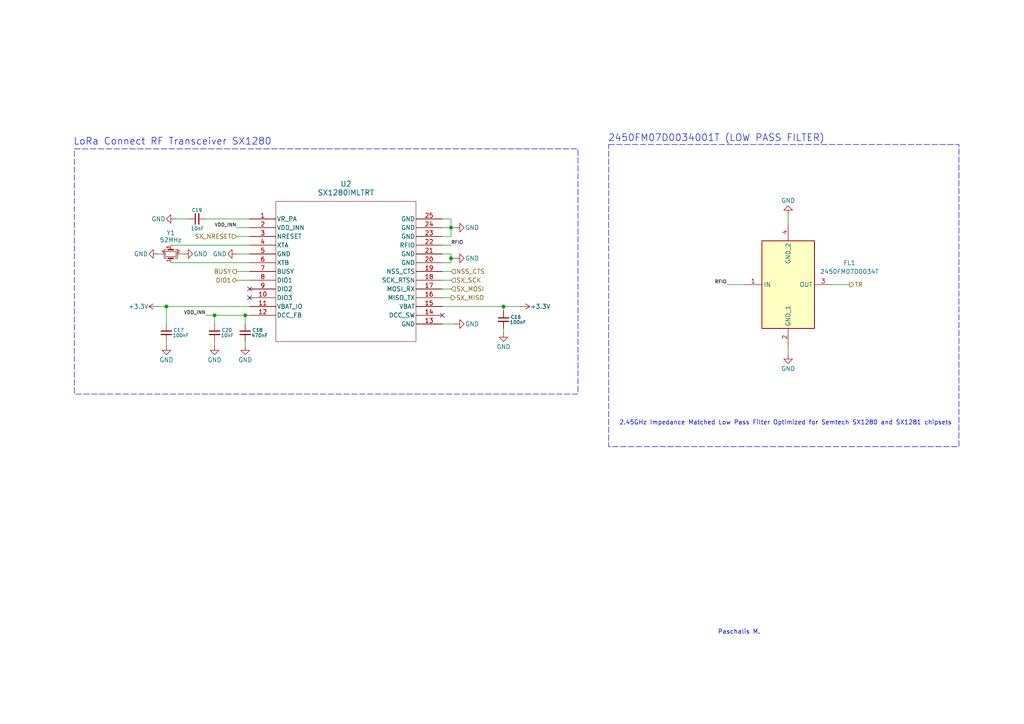
<source format=kicad_sch>
(kicad_sch (version 20250114) (generator "eeschema") (generator_version "9.0")
  (paper "A4")
  (title_block (date "05-01-2025") (rev "1.0") (company "https://github.com/Paschalis") (comment 2 "capabilities in LoRa communication, making it ideal for reliable telemetry.") (comment 3 "The SX1280 is used for its long-range, low-power, and high-performance "))
  (lib_symbols
    (symbol "2450FM07D0034T:2450FM07D0034T"
      (property "Reference" "FL" (at 21.59 17.78 0))
      (property "Value" "2450FM07D0034T" (at 21.59 15.24 0))
      (symbol "2450FM07D0034T_1_1"
        (rectangle (start 5.08 12.7) (end 20.32 -12.7) (stroke (width 0.254)) (fill (type background)))
        (pin passive line (at 0 0 0) (length 5.08) (name "IN") (number "1"))
        (pin passive line (at 12.7 17.78 270) (length 5.08) (name "GND_2") (number "4"))
        (pin passive line (at 12.7 -17.78 90) (length 5.08) (name "GND_1") (number "2"))
        (pin passive line (at 25.4 0 180) (length 5.08) (name "OUT") (number "3"))
      )
    )
    (symbol "Device:C_Small" (pin_numbers (hide yes)) (pin_names (offset 0.254) (hide yes))
      (property "Reference" "C" (at 0.254 1.778 0))
      (property "Value" "C_Small" (at 0.254 -2.032 0))
      (symbol "C_Small_0_1"
        (polyline (pts (xy -1.524 0.508) (xy 1.524 0.508)) (stroke (width 0.3048)))
        (polyline (pts (xy -1.524 -0.508) (xy 1.524 -0.508)) (stroke (width 0.3302)))
      )
      (symbol "C_Small_1_1"
        (pin passive line (at 0 2.54 270) (length 2.032) (name "~") (number "1"))
        (pin passive line (at 0 -2.54 90) (length 2.032) (name "~") (number "2"))
      )
    )
    (symbol "Device:Crystal_GND24_Small" (pin_names (offset 1.016) (hide yes))
      (property "Reference" "Y" (at 1.27 4.445 0))
      (property "Value" "Crystal_GND24_Small" (at 1.27 2.54 0))
      (symbol "Crystal_GND24_Small_0_1"
        (polyline (pts (xy -1.27 1.27) (xy -1.27 1.905) (xy 1.27 1.905) (xy 1.27 1.27)))
        (polyline (pts (xy -1.27 -0.762) (xy -1.27 0.762)) (stroke (width 0.381)))
        (polyline (pts (xy -1.27 -1.27) (xy -1.27 -1.905) (xy 1.27 -1.905) (xy 1.27 -1.27)))
        (rectangle (start -0.762 -1.524) (end 0.762 1.524))
        (polyline (pts (xy 1.27 -0.762) (xy 1.27 0.762)) (stroke (width 0.381)))
      )
      (symbol "Crystal_GND24_Small_1_1"
        (pin passive line (at -2.54 0 0) (length 1.27) (name "1") (number "1"))
        (pin passive line (at 0 2.54 270) (length 0.635) (name "4") (number "4"))
        (pin passive line (at 0 -2.54 90) (length 0.635) (name "2") (number "2"))
        (pin passive line (at 2.54 0 180) (length 1.27) (name "3") (number "3"))
      )
    )
    (symbol "SX1280IMLTRT:SX1280IMLTRT" (pin_names (offset 0.254))
      (property "Reference" "U" (at 27.94 10.16 0))
      (property "Value" "SX1280IMLTRT" (at 27.94 7.62 0))
      (symbol "SX1280IMLTRT_0_1"
        (polyline (pts (xy 7.62 5.08) (xy 7.62 -35.56)) (stroke (width 0.127)))
        (polyline (pts (xy 7.62 -35.56) (xy 48.26 -35.56)) (stroke (width 0.127)))
        (polyline (pts (xy 48.26 5.08) (xy 7.62 5.08)) (stroke (width 0.127)))
        (polyline (pts (xy 48.26 -35.56) (xy 48.26 5.08)) (stroke (width 0.127)))
        (pin power_in line (at 0 0 0) (length 7.62) (name "VR_PA") (number "1"))
        (pin power_in line (at 0 -2.54 0) (length 7.62) (name "VDD_INN") (number "2"))
        (pin input line (at 0 -5.08 0) (length 7.62) (name "NRESET") (number "3"))
        (pin bidirectional line (at 0 -7.62 0) (length 7.62) (name "XTA") (number "4"))
        (pin power_out line (at 0 -10.16 0) (length 7.62) (name "GND") (number "5"))
        (pin bidirectional line (at 0 -12.7 0) (length 7.62) (name "XTB") (number "6"))
        (pin output line (at 0 -15.24 0) (length 7.62) (name "BUSY") (number "7"))
        (pin bidirectional line (at 0 -17.78 0) (length 7.62) (name "DIO1") (number "8"))
        (pin bidirectional line (at 0 -20.32 0) (length 7.62) (name "DIO2") (number "9"))
        (pin bidirectional line (at 0 -22.86 0) (length 7.62) (name "DIO3") (number "10"))
        (pin power_in line (at 0 -25.4 0) (length 7.62) (name "VBAT_IO") (number "11"))
        (pin output line (at 0 -27.94 0) (length 7.62) (name "DCC_FB") (number "12"))
        (pin power_out line (at 55.88 0 180) (length 7.62) (name "GND") (number "25"))
        (pin power_out line (at 55.88 -2.54 180) (length 7.62) (name "GND") (number "24"))
        (pin power_out line (at 55.88 -5.08 180) (length 7.62) (name "GND") (number "23"))
        (pin bidirectional line (at 55.88 -7.62 180) (length 7.62) (name "RFIO") (number "22"))
        (pin power_out line (at 55.88 -10.16 180) (length 7.62) (name "GND") (number "21"))
        (pin power_out line (at 55.88 -12.7 180) (length 7.62) (name "GND") (number "20"))
        (pin input line (at 55.88 -15.24 180) (length 7.62) (name "NSS_CTS") (number "19"))
        (pin input line (at 55.88 -17.78 180) (length 7.62) (name "SCK_RTSN") (number "18"))
        (pin input line (at 55.88 -20.32 180) (length 7.62) (name "MOSI_RX") (number "17"))
        (pin output line (at 55.88 -22.86 180) (length 7.62) (name "MISO_TX") (number "16"))
        (pin power_in line (at 55.88 -25.4 180) (length 7.62) (name "VBAT") (number "15"))
        (pin output line (at 55.88 -27.94 180) (length 7.62) (name "DCC_SW") (number "14"))
        (pin power_out line (at 55.88 -30.48 180) (length 7.62) (name "GND") (number "13"))
      )
    )
    (symbol "power:+3.3V" (power) (pin_numbers (hide yes)) (pin_names (offset 0) (hide yes))
      (property "Value" "+3.3V" (at 0 3.556 0))
      (symbol "+3.3V_0_1"
        (polyline (pts (xy -0.762 1.27) (xy 0 2.54)))
        (polyline (pts (xy 0 2.54) (xy 0.762 1.27)))
        (polyline (pts (xy 0 0) (xy 0 2.54)))
      )
      (symbol "+3.3V_1_1"
        (pin power_in line (at 0 0 90) (length 0) (name "~") (number "1"))
      )
    )
    (symbol "power:GND" (power) (pin_numbers (hide yes)) (pin_names (offset 0) (hide yes))
      (property "Value" "GND" (at 0 -3.81 0))
      (symbol "GND_0_1"
        (polyline (pts (xy 0 0) (xy 0 -1.27) (xy 1.27 -1.27) (xy 0 -2.54) (xy -1.27 -1.27) (xy 0 -1.27)))
      )
      (symbol "GND_1_1"
        (pin power_in line (at 0 0 270) (length 0) (name "~") (number "1"))
      )
    )
  )
  (rectangle (start 176.53 41.91) (end 278.13 129.54) (stroke (width 0) (type dash)))
  (rectangle (start 21.59 43.18) (end 167.64 114.3) (stroke (width 0) (type dash)))
  (text "2.45GHz Impedance Matched Low Pass Filter Optimized for Semtech SX1280 and SX1281 chipsets" (at 227.838 122.682 0) (effects (font (size 1.27 1.27))))
  (text "2450FM07D0034001T (LOW PASS FILTER)" (at 207.772 40.132 0) (effects (font (size 2 2))))
  (text "Paschalis M." (at 214.376 183.388 0) (effects (font (size 1.27 1.27))))
  (text "LoRa Connect RF Transceiver SX1280" (at 50.038 41.148 0) (effects (font (size 2 2))))
  (junction (at 130.81 66.04))
  (junction (at 146.05 88.9))
  (junction (at 71.12 91.44))
  (junction (at 130.81 74.93))
  (junction (at 62.23 91.44))
  (junction (at 48.26 88.9))
  (no_connect (at 128.27 91.44))
  (no_connect (at 72.39 83.82))
  (no_connect (at 72.39 86.36))
  (wire (pts (xy 62.23 91.44) (xy 62.23 93.98)))
  (wire (pts (xy 45.72 88.9) (xy 48.26 88.9)))
  (wire (pts (xy 128.27 93.98) (xy 132.08 93.98)))
  (wire (pts (xy 50.8 63.5) (xy 54.61 63.5)))
  (wire (pts (xy 62.23 91.44) (xy 71.12 91.44)))
  (wire (pts (xy 128.27 66.04) (xy 130.81 66.04)))
  (wire (pts (xy 130.81 74.93) (xy 130.81 73.66)))
  (wire (pts (xy 146.05 88.9) (xy 146.05 90.17)))
  (wire (pts (xy 71.12 91.44) (xy 72.39 91.44)))
  (wire (pts (xy 49.53 71.12) (xy 72.39 71.12)))
  (wire (pts (xy 48.26 88.9) (xy 72.39 88.9)))
  (wire (pts (xy 130.81 66.04) (xy 132.08 66.04)))
  (wire (pts (xy 71.12 91.44) (xy 71.12 93.98)))
  (wire (pts (xy 68.58 68.58) (xy 72.39 68.58)))
  (wire (pts (xy 59.69 91.44) (xy 62.23 91.44)))
  (wire (pts (xy 68.58 81.28) (xy 72.39 81.28)))
  (wire (pts (xy 128.27 71.12) (xy 130.81 71.12)))
  (wire (pts (xy 228.6 62.23) (xy 228.6 64.77)))
  (wire (pts (xy 210.82 82.55) (xy 215.9 82.55)))
  (wire (pts (xy 130.81 73.66) (xy 128.27 73.66)))
  (wire (pts (xy 68.58 66.04) (xy 72.39 66.04)))
  (wire (pts (xy 128.27 88.9) (xy 146.05 88.9)))
  (wire (pts (xy 128.27 63.5) (xy 130.81 63.5)))
  (wire (pts (xy 146.05 95.25) (xy 146.05 96.52)))
  (wire (pts (xy 130.81 74.93) (xy 132.08 74.93)))
  (wire (pts (xy 49.53 76.2) (xy 72.39 76.2)))
  (wire (pts (xy 71.12 99.06) (xy 71.12 100.33)))
  (wire (pts (xy 45.72 73.66) (xy 46.99 73.66)))
  (wire (pts (xy 68.58 73.66) (xy 72.39 73.66)))
  (wire (pts (xy 128.27 68.58) (xy 130.81 68.58)))
  (wire (pts (xy 48.26 88.9) (xy 48.26 93.98)))
  (wire (pts (xy 128.27 83.82) (xy 130.81 83.82)))
  (wire (pts (xy 59.69 63.5) (xy 72.39 63.5)))
  (wire (pts (xy 48.26 99.06) (xy 48.26 100.33)))
  (wire (pts (xy 130.81 76.2) (xy 130.81 74.93)))
  (wire (pts (xy 128.27 86.36) (xy 130.81 86.36)))
  (wire (pts (xy 52.07 73.66) (xy 53.34 73.66)))
  (wire (pts (xy 228.6 100.33) (xy 228.6 102.87)))
  (wire (pts (xy 128.27 81.28) (xy 130.81 81.28)))
  (wire (pts (xy 130.81 63.5) (xy 130.81 66.04)))
  (wire (pts (xy 128.27 76.2) (xy 130.81 76.2)))
  (wire (pts (xy 68.58 78.74) (xy 72.39 78.74)))
  (wire (pts (xy 128.27 78.74) (xy 130.81 78.74)))
  (wire (pts (xy 146.05 88.9) (xy 151.13 88.9)))
  (wire (pts (xy 241.3 82.55) (xy 246.38 82.55)))
  (wire (pts (xy 62.23 99.06) (xy 62.23 100.33)))
  (wire (pts (xy 130.81 68.58) (xy 130.81 66.04)))
  (label "RFIO" (at 210.82 82.55 180) (effects (font (size 1 1))))
  (label "VDD_INN" (at 68.58 66.04 180) (effects (font (size 1 1))))
  (label "RFIO" (at 130.81 71.12 0) (effects (font (size 1 1))))
  (label "VDD_INN" (at 59.69 91.44 180) (effects (font (size 1 1))))
  (hierarchical_label "SX_SCK" (shape input) (at 130.81 81.28 0))
  (hierarchical_label "NSS_CTS" (shape input) (at 130.81 78.74 0))
  (hierarchical_label "SX_NRESET" (shape input) (at 68.58 68.58 180))
  (hierarchical_label "BUSY" (shape output) (at 68.58 78.74 180))
  (hierarchical_label "TR" (shape output) (at 246.38 82.55 0))
  (hierarchical_label "SX_MISO" (shape output) (at 130.81 86.36 0))
  (hierarchical_label "SX_MOSI" (shape input) (at 130.81 83.82 0))
  (hierarchical_label "DIO1" (shape bidirectional) (at 68.58 81.28 180))
  (symbol (lib_id "SX1280IMLTRT:SX1280IMLTRT") (at 72.39 63.5 0) (unit 1)
    (property "Reference" "U2" (at 100.33 53.34 0) (effects (font (size 1.524 1.524))))
    (property "Value" "SX1280IMLTRT" (at 100.33 55.88 0) (effects (font (size 1.524 1.524))))
    (property "Footprint" "SX1280IMLTRT:QFN24_4X4_SEM" (effects (hide yes)))
    (property "Datasheet" "SX1280IMLTRT" (effects (hide yes)))
  )
  (symbol (lib_id "power:GND") (at 62.23 100.33 0) (unit 1)
    (property "Reference" "#PWR037" (effects (hide yes)))
    (property "Value" "GND" (at 62.23 104.394 0))
    (property "Description" "Power symbol creates a global label with name \"GND\" , ground" (effects (hide yes)))
  )
  (symbol (lib_id "power:GND") (at 228.6 62.23 0) (mirror x) (unit 1)
    (property "Reference" "#PWR026" (effects (hide yes)))
    (property "Value" "GND" (at 228.6 58.166 0))
    (property "Description" "Power symbol creates a global label with name \"GND\" , ground" (effects (hide yes)))
  )
  (symbol (lib_id "power:GND") (at 132.08 74.93 90) (unit 1)
    (property "Reference" "#PWR024" (effects (hide yes)))
    (property "Value" "GND" (at 134.874 74.93 90) (effects (justify right)))
    (property "Description" "Power symbol creates a global label with name \"GND\" , ground" (effects (hide yes)))
  )
  (symbol (lib_id "power:GND") (at 53.34 73.66 90) (unit 1)
    (property "Reference" "#PWR030" (effects (hide yes)))
    (property "Value" "GND" (at 56.134 73.66 90) (effects (justify right)))
    (property "Description" "Power symbol creates a global label with name \"GND\" , ground" (effects (hide yes)))
  )
  (symbol (lib_id "power:GND") (at 146.05 96.52 0) (unit 1)
    (property "Reference" "#PWR032" (effects (hide yes)))
    (property "Value" "GND" (at 146.05 100.584 0))
    (property "Description" "Power symbol creates a global label with name \"GND\" , ground" (effects (hide yes)))
  )
  (symbol (lib_id "Device:C_Small") (at 48.26 96.52 0) (unit 1)
    (property "Reference" "C17" (at 50.292 95.758 0) (effects (font (size 1 1)) (justify left)))
    (property "Value" "100nF" (at 50.038 97.282 0) (effects (font (size 1 1)) (justify left)))
    (property "Footprint" "Capacitor_SMD:C_0603_1608Metric_Pad1.08x0.95mm_HandSolder" (effects (hide yes)))
    (property "Description" "Unpolarized capacitor, small symbol" (effects (hide yes)))
  )
  (symbol (lib_id "power:+3.3V") (at 45.72 88.9 90) (mirror x) (unit 1)
    (property "Reference" "#PWR035" (effects (hide yes)))
    (property "Value" "+3.3V" (at 40.132 88.9 90))
    (property "Description" "Power symbol creates a global label with name \"+3.3V\"" (effects (hide yes)))
  )
  (symbol (lib_id "power:GND") (at 132.08 93.98 90) (unit 1)
    (property "Reference" "#PWR028" (effects (hide yes)))
    (property "Value" "GND" (at 134.874 93.98 90) (effects (justify right)))
    (property "Description" "Power symbol creates a global label with name \"GND\" , ground" (effects (hide yes)))
  )
  (symbol (lib_id "power:GND") (at 71.12 100.33 0) (unit 1)
    (property "Reference" "#PWR036" (effects (hide yes)))
    (property "Value" "GND" (at 71.12 104.394 0))
    (property "Description" "Power symbol creates a global label with name \"GND\" , ground" (effects (hide yes)))
  )
  (symbol (lib_id "2450FM07D0034T:2450FM07D0034T") (at 215.9 82.55 0) (unit 1)
    (property "Reference" "FL1" (at 246.38 76.2314 0))
    (property "Value" "2450FM07D0034T" (at 246.38 78.7714 0))
    (property "Footprint" "2450FM07D0034T:2450FM07D0034T" (effects (hide yes)))
    (property "Datasheet" "https://www.mouser.co.uk/datasheet/2/611/2450FM07D0034-1375634.pdf" (effects (hide yes)))
    (property "Description" "Signal Conditioning Mini 2.45GHz Imped Matchd Frnt-End Fltr" (effects (hide yes)))
    (property "Height" "0.4" (effects (hide yes)))
    (property "Mouser Part Number" "609-2450FM07D0034T" (effects (hide yes)))
    (property "Mouser Price/Stock" "https://www.mouser.co.uk/ProductDetail/Johanson-Technology/2450FM07D0034T?qs=%252BEew9%252B0nqrBEY7VUloPs4Q%3D%3D" (effects (hide yes)))
    (property "Manufacturer_Name" "JOHANSON TECHNOLOGY" (effects (hide yes)))
    (property "Manufacturer_Part_Number" "2450FM07D0034T" (effects (hide yes)))
  )
  (symbol (lib_id "power:GND") (at 68.58 73.66 270) (mirror x) (unit 1)
    (property "Reference" "#PWR027" (effects (hide yes)))
    (property "Value" "GND" (at 65.786 73.66 90) (effects (justify right)))
    (property "Description" "Power symbol creates a global label with name \"GND\" , ground" (effects (hide yes)))
  )
  (symbol (lib_id "Device:Crystal_GND24_Small") (at 49.53 73.66 90) (unit 1)
    (property "Reference" "Y1" (at 49.53 67.564 90))
    (property "Value" "52MHz" (at 49.53 69.596 90))
    (property "Footprint" "Crystal:Crystal_SMD_2016-4Pin_2.0x1.6mm" (effects (hide yes)))
    (property "Description" "Four pin crystal, GND on pins 2 and 4, small symbol" (effects (hide yes)))
  )
  (symbol (lib_id "power:+3.3V") (at 151.13 88.9 270) (unit 1)
    (property "Reference" "#PWR031" (effects (hide yes)))
    (property "Value" "+3.3V" (at 156.718 88.9 90))
    (property "Description" "Power symbol creates a global label with name \"+3.3V\"" (effects (hide yes)))
  )
  (symbol (lib_id "power:GND") (at 45.72 73.66 270) (mirror x) (unit 1)
    (property "Reference" "#PWR029" (effects (hide yes)))
    (property "Value" "GND" (at 42.926 73.66 90) (effects (justify right)))
    (property "Description" "Power symbol creates a global label with name \"GND\" , ground" (effects (hide yes)))
  )
  (symbol (lib_id "Device:C_Small") (at 62.23 96.52 0) (unit 1)
    (property "Reference" "C20" (at 64.262 95.758 0) (effects (font (size 1 1)) (justify left)))
    (property "Value" "10nF" (at 64.008 97.282 0) (effects (font (size 1 1)) (justify left)))
    (property "Footprint" "Capacitor_SMD:C_0603_1608Metric_Pad1.08x0.95mm_HandSolder" (effects (hide yes)))
    (property "Description" "Unpolarized capacitor, small symbol" (effects (hide yes)))
  )
  (symbol (lib_id "power:GND") (at 228.6 102.87 0) (unit 1)
    (property "Reference" "#PWR025" (effects (hide yes)))
    (property "Value" "GND" (at 228.6 106.934 0))
    (property "Description" "Power symbol creates a global label with name \"GND\" , ground" (effects (hide yes)))
  )
  (symbol (lib_id "power:GND") (at 132.08 66.04 90) (unit 1)
    (property "Reference" "#PWR07" (effects (hide yes)))
    (property "Value" "GND" (at 134.874 66.04 90) (effects (justify right)))
    (property "Description" "Power symbol creates a global label with name \"GND\" , ground" (effects (hide yes)))
  )
  (symbol (lib_id "Device:C_Small") (at 57.15 63.5 90) (unit 1)
    (property "Reference" "C19" (at 58.674 60.96 90) (effects (font (size 1 1)) (justify left)))
    (property "Value" "10nF" (at 59.182 66.294 90) (effects (font (size 1 1)) (justify left)))
    (property "Footprint" "Capacitor_SMD:C_0603_1608Metric_Pad1.08x0.95mm_HandSolder" (effects (hide yes)))
    (property "Description" "Unpolarized capacitor, small symbol" (effects (hide yes)))
  )
  (symbol (lib_id "power:GND") (at 50.8 63.5 270) (mirror x) (unit 1)
    (property "Reference" "#PWR034" (effects (hide yes)))
    (property "Value" "GND" (at 48.006 63.5 90) (effects (justify right)))
    (property "Description" "Power symbol creates a global label with name \"GND\" , ground" (effects (hide yes)))
  )
  (symbol (lib_id "Device:C_Small") (at 71.12 96.52 0) (unit 1)
    (property "Reference" "C18" (at 73.152 95.758 0) (effects (font (size 1 1)) (justify left)))
    (property "Value" "470nF" (at 72.898 97.282 0) (effects (font (size 1 1)) (justify left)))
    (property "Footprint" "Capacitor_SMD:C_0603_1608Metric_Pad1.08x0.95mm_HandSolder" (effects (hide yes)))
    (property "Description" "Unpolarized capacitor, small symbol" (effects (hide yes)))
  )
  (symbol (lib_id "Device:C_Small") (at 146.05 92.71 0) (unit 1)
    (property "Reference" "C16" (at 148.082 91.948 0) (effects (font (size 1 1)) (justify left)))
    (property "Value" "100nF" (at 147.828 93.472 0) (effects (font (size 1 1)) (justify left)))
    (property "Footprint" "Capacitor_SMD:C_0603_1608Metric_Pad1.08x0.95mm_HandSolder" (effects (hide yes)))
    (property "Description" "Unpolarized capacitor, small symbol" (effects (hide yes)))
  )
  (symbol (lib_id "power:GND") (at 48.26 100.33 0) (unit 1)
    (property "Reference" "#PWR033" (effects (hide yes)))
    (property "Value" "GND" (at 48.26 104.394 0))
    (property "Description" "Power symbol creates a global label with name \"GND\" , ground" (effects (hide yes)))
  )
)
</source>
